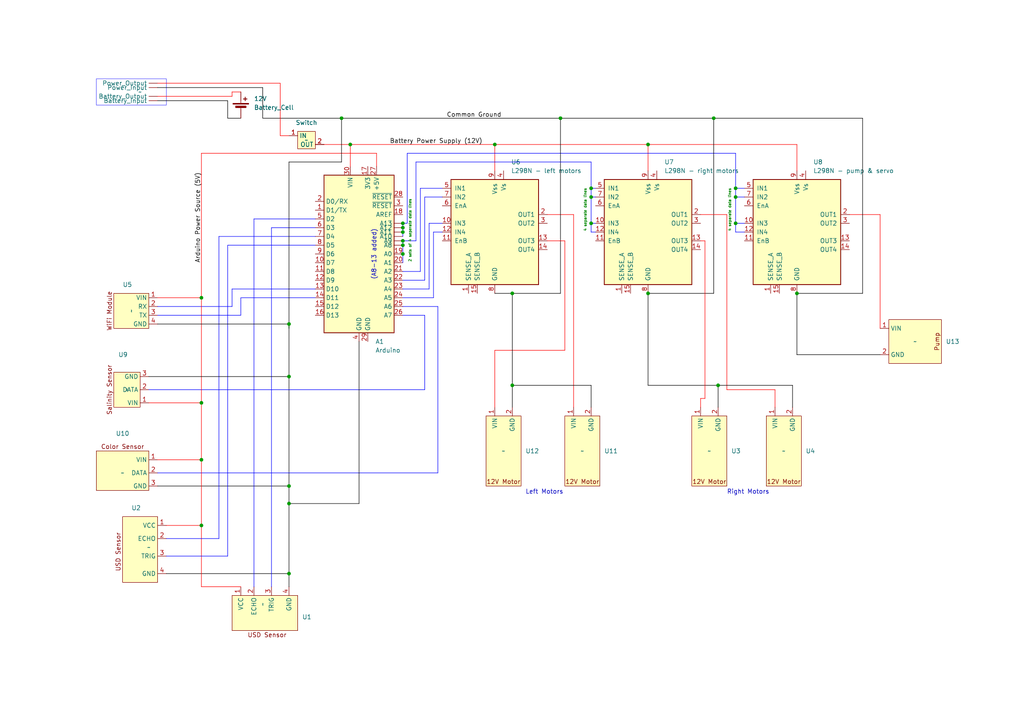
<source format=kicad_sch>
(kicad_sch (version 20230121) (generator eeschema)

  (uuid 39cd81f1-2ed4-4bc2-8089-326a62501edb)

  (paper "A4")

  (title_block
    (title "Ban-anna Mike-anics")
    (company "Andrew Scott")
  )

  (lib_symbols
    (symbol "Device:Battery_Cell" (pin_numbers hide) (pin_names (offset 0) hide) (in_bom yes) (on_board yes)
      (property "Reference" "BT" (at 2.54 2.54 0)
        (effects (font (size 1.27 1.27)) (justify left))
      )
      (property "Value" "Battery_Cell" (at 2.54 0 0)
        (effects (font (size 1.27 1.27)) (justify left))
      )
      (property "Footprint" "" (at 0 1.524 90)
        (effects (font (size 1.27 1.27)) hide)
      )
      (property "Datasheet" "~" (at 0 1.524 90)
        (effects (font (size 1.27 1.27)) hide)
      )
      (property "ki_keywords" "battery cell" (at 0 0 0)
        (effects (font (size 1.27 1.27)) hide)
      )
      (property "ki_description" "Single-cell battery" (at 0 0 0)
        (effects (font (size 1.27 1.27)) hide)
      )
      (symbol "Battery_Cell_0_1"
        (rectangle (start -2.286 1.778) (end 2.286 1.524)
          (stroke (width 0) (type default))
          (fill (type outline))
        )
        (rectangle (start -1.524 1.016) (end 1.524 0.508)
          (stroke (width 0) (type default))
          (fill (type outline))
        )
        (polyline
          (pts
            (xy 0 0.762)
            (xy 0 0)
          )
          (stroke (width 0) (type default))
          (fill (type none))
        )
        (polyline
          (pts
            (xy 0 1.778)
            (xy 0 2.54)
          )
          (stroke (width 0) (type default))
          (fill (type none))
        )
        (polyline
          (pts
            (xy 0.762 3.048)
            (xy 1.778 3.048)
          )
          (stroke (width 0.254) (type default))
          (fill (type none))
        )
        (polyline
          (pts
            (xy 1.27 3.556)
            (xy 1.27 2.54)
          )
          (stroke (width 0.254) (type default))
          (fill (type none))
        )
      )
      (symbol "Battery_Cell_1_1"
        (pin passive line (at 0 5.08 270) (length 2.54)
          (name "+" (effects (font (size 1.27 1.27))))
          (number "1" (effects (font (size 1.27 1.27))))
        )
        (pin passive line (at 0 -2.54 90) (length 2.54)
          (name "-" (effects (font (size 1.27 1.27))))
          (number "2" (effects (font (size 1.27 1.27))))
        )
      )
    )
    (symbol "Driver_Motor:L298N" (pin_names (offset 1.016)) (in_bom yes) (on_board yes)
      (property "Reference" "U" (at -10.16 16.51 0)
        (effects (font (size 1.27 1.27)) (justify right))
      )
      (property "Value" "L298N" (at 12.7 16.51 0)
        (effects (font (size 1.27 1.27)) (justify right))
      )
      (property "Footprint" "Package_TO_SOT_THT:TO-220-15_P2.54x2.54mm_StaggerOdd_Lead4.58mm_Vertical" (at 1.27 -16.51 0)
        (effects (font (size 1.27 1.27)) (justify left) hide)
      )
      (property "Datasheet" "http://www.st.com/st-web-ui/static/active/en/resource/technical/document/datasheet/CD00000240.pdf" (at 3.81 6.35 0)
        (effects (font (size 1.27 1.27)) hide)
      )
      (property "ki_keywords" "H-bridge motor driver" (at 0 0 0)
        (effects (font (size 1.27 1.27)) hide)
      )
      (property "ki_description" "Dual full bridge motor driver, up to 46V, 4A, Multiwatt15-V" (at 0 0 0)
        (effects (font (size 1.27 1.27)) hide)
      )
      (property "ki_fp_filters" "TO?220*StaggerOdd*Vertical*" (at 0 0 0)
        (effects (font (size 1.27 1.27)) hide)
      )
      (symbol "L298N_0_1"
        (rectangle (start -12.7 15.24) (end 12.7 -15.24)
          (stroke (width 0.254) (type default))
          (fill (type background))
        )
      )
      (symbol "L298N_1_1"
        (pin power_in line (at -7.62 -17.78 90) (length 2.54)
          (name "SENSE_A" (effects (font (size 1.27 1.27))))
          (number "1" (effects (font (size 1.27 1.27))))
        )
        (pin input line (at -15.24 2.54 0) (length 2.54)
          (name "IN3" (effects (font (size 1.27 1.27))))
          (number "10" (effects (font (size 1.27 1.27))))
        )
        (pin input line (at -15.24 -2.54 0) (length 2.54)
          (name "EnB" (effects (font (size 1.27 1.27))))
          (number "11" (effects (font (size 1.27 1.27))))
        )
        (pin input line (at -15.24 0 0) (length 2.54)
          (name "IN4" (effects (font (size 1.27 1.27))))
          (number "12" (effects (font (size 1.27 1.27))))
        )
        (pin output line (at 15.24 -2.54 180) (length 2.54)
          (name "OUT3" (effects (font (size 1.27 1.27))))
          (number "13" (effects (font (size 1.27 1.27))))
        )
        (pin output line (at 15.24 -5.08 180) (length 2.54)
          (name "OUT4" (effects (font (size 1.27 1.27))))
          (number "14" (effects (font (size 1.27 1.27))))
        )
        (pin power_in line (at -5.08 -17.78 90) (length 2.54)
          (name "SENSE_B" (effects (font (size 1.27 1.27))))
          (number "15" (effects (font (size 1.27 1.27))))
        )
        (pin output line (at 15.24 5.08 180) (length 2.54)
          (name "OUT1" (effects (font (size 1.27 1.27))))
          (number "2" (effects (font (size 1.27 1.27))))
        )
        (pin output line (at 15.24 2.54 180) (length 2.54)
          (name "OUT2" (effects (font (size 1.27 1.27))))
          (number "3" (effects (font (size 1.27 1.27))))
        )
        (pin power_in line (at 2.54 17.78 270) (length 2.54)
          (name "Vs" (effects (font (size 1.27 1.27))))
          (number "4" (effects (font (size 1.27 1.27))))
        )
        (pin input line (at -15.24 12.7 0) (length 2.54)
          (name "IN1" (effects (font (size 1.27 1.27))))
          (number "5" (effects (font (size 1.27 1.27))))
        )
        (pin input line (at -15.24 7.62 0) (length 2.54)
          (name "EnA" (effects (font (size 1.27 1.27))))
          (number "6" (effects (font (size 1.27 1.27))))
        )
        (pin input line (at -15.24 10.16 0) (length 2.54)
          (name "IN2" (effects (font (size 1.27 1.27))))
          (number "7" (effects (font (size 1.27 1.27))))
        )
        (pin power_in line (at 0 -17.78 90) (length 2.54)
          (name "GND" (effects (font (size 1.27 1.27))))
          (number "8" (effects (font (size 1.27 1.27))))
        )
        (pin power_in line (at 0 17.78 270) (length 2.54)
          (name "Vss" (effects (font (size 1.27 1.27))))
          (number "9" (effects (font (size 1.27 1.27))))
        )
      )
    )
    (symbol "MCU_Module:Arduino_Nano_v3.x" (in_bom yes) (on_board yes)
      (property "Reference" "A1" (at 4.7341 -25.4 0)
        (effects (font (size 1.27 1.27)) (justify left))
      )
      (property "Value" "Arduino" (at 4.7341 -27.94 0)
        (effects (font (size 1.27 1.27)) (justify left))
      )
      (property "Footprint" "Module:Arduino_Nano" (at 0 0 0)
        (effects (font (size 1.27 1.27) italic) hide)
      )
      (property "Datasheet" "http://www.mouser.com/pdfdocs/Gravitech_Arduino_Nano3_0.pdf" (at 0 0 0)
        (effects (font (size 1.27 1.27)) hide)
      )
      (property "ki_keywords" "Arduino nano microcontroller module USB" (at 0 0 0)
        (effects (font (size 1.27 1.27)) hide)
      )
      (property "ki_description" "Arduino Nano v3.x" (at 0 0 0)
        (effects (font (size 1.27 1.27)) hide)
      )
      (property "ki_fp_filters" "Arduino*Nano*" (at 0 0 0)
        (effects (font (size 1.27 1.27)) hide)
      )
      (symbol "Arduino_Nano_v3.x_0_1"
        (rectangle (start -10.16 22.86) (end 10.16 -22.86)
          (stroke (width 0.254) (type default))
          (fill (type background))
        )
      )
      (symbol "Arduino_Nano_v3.x_1_1"
        (pin bidirectional line (at 12.7 5.08 180) (length 2.54)
          (name "A10" (effects (font (size 1.27 1.27))))
          (number "" (effects (font (size 1.27 1.27))))
        )
        (pin bidirectional line (at 12.7 6.35 180) (length 2.54)
          (name "A11" (effects (font (size 1.27 1.27))))
          (number "" (effects (font (size 1.27 1.27))))
        )
        (pin bidirectional line (at 12.7 7.62 180) (length 2.54)
          (name "A12" (effects (font (size 1.27 1.27))))
          (number "" (effects (font (size 1.27 1.27))))
        )
        (pin bidirectional line (at 12.7 8.89 180) (length 2.54)
          (name "A13" (effects (font (size 1.27 1.27))))
          (number "" (effects (font (size 1.27 1.27))))
        )
        (pin bidirectional line (at 12.7 2.54 180) (length 2.54)
          (name "A8" (effects (font (size 1.27 1.27))))
          (number "" (effects (font (size 1.27 1.27))))
        )
        (pin bidirectional line (at 12.7 3.81 180) (length 2.54)
          (name "A9" (effects (font (size 1.27 1.27))))
          (number "" (effects (font (size 1.27 1.27))))
        )
        (pin bidirectional line (at -12.7 12.7 0) (length 2.54)
          (name "D1/TX" (effects (font (size 1.27 1.27))))
          (number "1" (effects (font (size 1.27 1.27))))
        )
        (pin bidirectional line (at -12.7 -2.54 0) (length 2.54)
          (name "D7" (effects (font (size 1.27 1.27))))
          (number "10" (effects (font (size 1.27 1.27))))
        )
        (pin bidirectional line (at -12.7 -5.08 0) (length 2.54)
          (name "D8" (effects (font (size 1.27 1.27))))
          (number "11" (effects (font (size 1.27 1.27))))
        )
        (pin bidirectional line (at -12.7 -7.62 0) (length 2.54)
          (name "D9" (effects (font (size 1.27 1.27))))
          (number "12" (effects (font (size 1.27 1.27))))
        )
        (pin bidirectional line (at -12.7 -10.16 0) (length 2.54)
          (name "D10" (effects (font (size 1.27 1.27))))
          (number "13" (effects (font (size 1.27 1.27))))
        )
        (pin bidirectional line (at -12.7 -12.7 0) (length 2.54)
          (name "D11" (effects (font (size 1.27 1.27))))
          (number "14" (effects (font (size 1.27 1.27))))
        )
        (pin bidirectional line (at -12.7 -15.24 0) (length 2.54)
          (name "D12" (effects (font (size 1.27 1.27))))
          (number "15" (effects (font (size 1.27 1.27))))
        )
        (pin bidirectional line (at -12.7 -17.78 0) (length 2.54)
          (name "D13" (effects (font (size 1.27 1.27))))
          (number "16" (effects (font (size 1.27 1.27))))
        )
        (pin power_out line (at 2.54 25.4 270) (length 2.54)
          (name "3V3" (effects (font (size 1.27 1.27))))
          (number "17" (effects (font (size 1.27 1.27))))
        )
        (pin input line (at 12.7 11.43 180) (length 2.54)
          (name "AREF" (effects (font (size 1.27 1.27))))
          (number "18" (effects (font (size 1.27 1.27))))
        )
        (pin bidirectional line (at 12.7 0 180) (length 2.54)
          (name "A0" (effects (font (size 1.27 1.27))))
          (number "19" (effects (font (size 1.27 1.27))))
        )
        (pin bidirectional line (at -12.7 15.24 0) (length 2.54)
          (name "D0/RX" (effects (font (size 1.27 1.27))))
          (number "2" (effects (font (size 1.27 1.27))))
        )
        (pin bidirectional line (at 12.7 -2.54 180) (length 2.54)
          (name "A1" (effects (font (size 1.27 1.27))))
          (number "20" (effects (font (size 1.27 1.27))))
        )
        (pin bidirectional line (at 12.7 -5.08 180) (length 2.54)
          (name "A2" (effects (font (size 1.27 1.27))))
          (number "21" (effects (font (size 1.27 1.27))))
        )
        (pin bidirectional line (at 12.7 -7.62 180) (length 2.54)
          (name "A3" (effects (font (size 1.27 1.27))))
          (number "22" (effects (font (size 1.27 1.27))))
        )
        (pin bidirectional line (at 12.7 -10.16 180) (length 2.54)
          (name "A4" (effects (font (size 1.27 1.27))))
          (number "23" (effects (font (size 1.27 1.27))))
        )
        (pin bidirectional line (at 12.7 -12.7 180) (length 2.54)
          (name "A5" (effects (font (size 1.27 1.27))))
          (number "24" (effects (font (size 1.27 1.27))))
        )
        (pin bidirectional line (at 12.7 -15.24 180) (length 2.54)
          (name "A6" (effects (font (size 1.27 1.27))))
          (number "25" (effects (font (size 1.27 1.27))))
        )
        (pin bidirectional line (at 12.7 -17.78 180) (length 2.54)
          (name "A7" (effects (font (size 1.27 1.27))))
          (number "26" (effects (font (size 1.27 1.27))))
        )
        (pin power_out line (at 5.08 25.4 270) (length 2.54)
          (name "+5V" (effects (font (size 1.27 1.27))))
          (number "27" (effects (font (size 1.27 1.27))))
        )
        (pin input line (at 12.7 16.51 180) (length 2.54)
          (name "~{RESET}" (effects (font (size 1.27 1.27))))
          (number "28" (effects (font (size 1.27 1.27))))
        )
        (pin power_in line (at 2.54 -25.4 90) (length 2.54)
          (name "GND" (effects (font (size 1.27 1.27))))
          (number "29" (effects (font (size 1.27 1.27))))
        )
        (pin input line (at 12.7 13.97 180) (length 2.54)
          (name "~{RESET}" (effects (font (size 1.27 1.27))))
          (number "3" (effects (font (size 1.27 1.27))))
        )
        (pin power_in line (at -2.54 25.4 270) (length 2.54)
          (name "VIN" (effects (font (size 1.27 1.27))))
          (number "30" (effects (font (size 1.27 1.27))))
        )
        (pin power_in line (at 0 -25.4 90) (length 2.54)
          (name "GND" (effects (font (size 1.27 1.27))))
          (number "4" (effects (font (size 1.27 1.27))))
        )
        (pin bidirectional line (at -12.7 10.16 0) (length 2.54)
          (name "D2" (effects (font (size 1.27 1.27))))
          (number "5" (effects (font (size 1.27 1.27))))
        )
        (pin bidirectional line (at -12.7 7.62 0) (length 2.54)
          (name "D3" (effects (font (size 1.27 1.27))))
          (number "6" (effects (font (size 1.27 1.27))))
        )
        (pin bidirectional line (at -12.7 5.08 0) (length 2.54)
          (name "D4" (effects (font (size 1.27 1.27))))
          (number "7" (effects (font (size 1.27 1.27))))
        )
        (pin bidirectional line (at -12.7 2.54 0) (length 2.54)
          (name "D5" (effects (font (size 1.27 1.27))))
          (number "8" (effects (font (size 1.27 1.27))))
        )
        (pin bidirectional line (at -12.7 0 0) (length 2.54)
          (name "D6" (effects (font (size 1.27 1.27))))
          (number "9" (effects (font (size 1.27 1.27))))
        )
      )
    )
    (symbol "Voltage_Disconnect_Board_1" (in_bom yes) (on_board yes)
      (property "Reference" "Voltage_Disconnect_Board2" (at 9.906 -15.24 90)
        (effects (font (size 1.27 1.27)) (justify right))
      )
      (property "Value" "~" (at 0 0 0)
        (effects (font (size 1.27 1.27)))
      )
      (property "Footprint" "" (at 0 0 0)
        (effects (font (size 1.27 1.27)) hide)
      )
      (property "Datasheet" "" (at 0 0 0)
        (effects (font (size 1.27 1.27)) hide)
      )
      (symbol "Voltage_Disconnect_Board_1_1_1"
        (rectangle (start -7.62 3.81) (end 12.7 -3.81)
          (stroke (width 0) (type default) (color 85 82 255 1))
          (fill (type none))
        )
        (pin input line (at -5.08 2.54 0) (length 2.54)
          (name "Battery_Input" (effects (font (size 1.27 1.27))))
          (number "" (effects (font (size 1.27 1.27))))
        )
        (pin input line (at -5.08 1.27 0) (length 2.54)
          (name "Battery_Output" (effects (font (size 1.27 1.27))))
          (number "" (effects (font (size 1.27 1.27))))
        )
        (pin power_out line (at -5.08 -1.27 0) (length 2.54)
          (name "Power_Input" (effects (font (size 1.27 1.27))))
          (number "" (effects (font (size 1.27 1.27))))
        )
        (pin power_out line (at -5.08 -2.54 0) (length 2.54)
          (name "Power_Output" (effects (font (size 1.27 1.27))))
          (number "" (effects (font (size 1.27 1.27))))
        )
      )
    )
    (symbol "enes100james:12V_Motor" (in_bom yes) (on_board yes)
      (property "Reference" "U" (at 0 0 0)
        (effects (font (size 1.27 1.27)))
      )
      (property "Value" "" (at 0 0 0)
        (effects (font (size 1.27 1.27)))
      )
      (property "Footprint" "" (at 0 0 0)
        (effects (font (size 1.27 1.27)) hide)
      )
      (property "Datasheet" "" (at 0 0 0)
        (effects (font (size 1.27 1.27)) hide)
      )
      (symbol "12V_Motor_1_1"
        (rectangle (start -5.08 10.16) (end 5.08 -10.16)
          (stroke (width 0) (type default))
          (fill (type background))
        )
        (text "12V Motor" (at 0 -8.89 0)
          (effects (font (size 1.27 1.27)))
        )
        (pin input line (at -2.54 12.7 270) (length 2.54)
          (name "VIN" (effects (font (size 1.27 1.27))))
          (number "1" (effects (font (size 1.27 1.27))))
        )
        (pin passive line (at 2.54 12.7 270) (length 2.54)
          (name "GND" (effects (font (size 1.27 1.27))))
          (number "2" (effects (font (size 1.27 1.27))))
        )
      )
    )
    (symbol "enes100james:Color_Sensor" (in_bom yes) (on_board yes)
      (property "Reference" "U" (at 0 0 0)
        (effects (font (size 1.27 1.27)))
      )
      (property "Value" "" (at 0 0 0)
        (effects (font (size 1.27 1.27)))
      )
      (property "Footprint" "" (at 0 0 0)
        (effects (font (size 1.27 1.27)) hide)
      )
      (property "Datasheet" "" (at 0 0 0)
        (effects (font (size 1.27 1.27)) hide)
      )
      (symbol "Color_Sensor_1_1"
        (rectangle (start -7.62 6.35) (end 7.62 -5.08)
          (stroke (width 0) (type default))
          (fill (type background))
        )
        (text "Color Sensor" (at 0 7.62 0)
          (effects (font (size 1.27 1.27)))
        )
        (pin input line (at 10.16 3.81 180) (length 2.54)
          (name "VIN" (effects (font (size 1.27 1.27))))
          (number "1" (effects (font (size 1.27 1.27))))
        )
        (pin output line (at 10.16 0 180) (length 2.54)
          (name "DATA" (effects (font (size 1.27 1.27))))
          (number "2" (effects (font (size 1.27 1.27))))
        )
        (pin passive line (at 10.16 -3.81 180) (length 2.54)
          (name "GND" (effects (font (size 1.27 1.27))))
          (number "3" (effects (font (size 1.27 1.27))))
        )
      )
    )
    (symbol "enes100james:Kill_Switch" (in_bom yes) (on_board yes)
      (property "Reference" "S" (at 0 0 0)
        (effects (font (size 1.27 1.27)))
      )
      (property "Value" "" (at 0 0 0)
        (effects (font (size 1.27 1.27)))
      )
      (property "Footprint" "" (at 0 0 0)
        (effects (font (size 1.27 1.27)) hide)
      )
      (property "Datasheet" "" (at 0 0 0)
        (effects (font (size 1.27 1.27)) hide)
      )
      (symbol "Kill_Switch_1_1"
        (rectangle (start -2.54 2.54) (end 2.54 -2.54)
          (stroke (width 0) (type default))
          (fill (type background))
        )
        (pin input line (at -5.08 1.27 0) (length 2.54)
          (name "IN" (effects (font (size 1.27 1.27))))
          (number "1" (effects (font (size 1.27 1.27))))
        )
        (pin output line (at 5.08 -1.27 180) (length 2.54)
          (name "OUT" (effects (font (size 1.27 1.27))))
          (number "2" (effects (font (size 1.27 1.27))))
        )
      )
    )
    (symbol "enes100james:Pump" (in_bom yes) (on_board yes)
      (property "Reference" "U" (at 0 0 0)
        (effects (font (size 1.27 1.27)))
      )
      (property "Value" "" (at 0 0 0)
        (effects (font (size 1.27 1.27)))
      )
      (property "Footprint" "" (at 0 0 0)
        (effects (font (size 1.27 1.27)) hide)
      )
      (property "Datasheet" "" (at 0 0 0)
        (effects (font (size 1.27 1.27)) hide)
      )
      (symbol "Pump_1_1"
        (rectangle (start -7.62 6.35) (end 7.62 -6.35)
          (stroke (width 0) (type default))
          (fill (type background))
        )
        (text "Pump" (at 6.35 0 900)
          (effects (font (size 1.27 1.27)))
        )
        (pin input line (at -10.16 3.81 0) (length 2.54)
          (name "VIN" (effects (font (size 1.27 1.27))))
          (number "1" (effects (font (size 1.27 1.27))))
        )
        (pin passive line (at -10.16 -3.81 0) (length 2.54)
          (name "GND" (effects (font (size 1.27 1.27))))
          (number "2" (effects (font (size 1.27 1.27))))
        )
      )
    )
    (symbol "enes100james:TDS_sensor" (in_bom yes) (on_board yes)
      (property "Reference" "U" (at 0 0 0)
        (effects (font (size 1.27 1.27)))
      )
      (property "Value" "" (at 0 0 0)
        (effects (font (size 1.27 1.27)))
      )
      (property "Footprint" "" (at 0 0 0)
        (effects (font (size 1.27 1.27)) hide)
      )
      (property "Datasheet" "" (at 0 0 0)
        (effects (font (size 1.27 1.27)) hide)
      )
      (symbol "TDS_sensor_1_1"
        (rectangle (start -5.08 3.81) (end 5.08 -3.81)
          (stroke (width 0) (type default))
          (fill (type background))
        )
        (text "Salinity Sensor" (at 0 5.08 0)
          (effects (font (size 1.27 1.27)))
        )
        (pin input line (at -3.81 -6.35 90) (length 2.54)
          (name "VIN" (effects (font (size 1.27 1.27))))
          (number "1" (effects (font (size 1.27 1.27))))
        )
        (pin output line (at 0 -6.35 90) (length 2.54)
          (name "DATA" (effects (font (size 1.27 1.27))))
          (number "2" (effects (font (size 1.27 1.27))))
        )
        (pin passive line (at 3.81 -6.35 90) (length 2.54)
          (name "GND" (effects (font (size 1.27 1.27))))
          (number "3" (effects (font (size 1.27 1.27))))
        )
      )
    )
    (symbol "enes100james:USD_Sensor" (in_bom yes) (on_board yes)
      (property "Reference" "U" (at 5.08 0 0)
        (effects (font (size 1.27 1.27)))
      )
      (property "Value" "" (at 0 0 0)
        (effects (font (size 1.27 1.27)))
      )
      (property "Footprint" "" (at 0 0 0)
        (effects (font (size 1.27 1.27)) hide)
      )
      (property "Datasheet" "" (at 0 0 0)
        (effects (font (size 1.27 1.27)) hide)
      )
      (symbol "USD_Sensor_1_1"
        (rectangle (start -2.54 10.16) (end 7.62 -8.89)
          (stroke (width 0) (type default))
          (fill (type background))
        )
        (text "USD Sensor" (at 8.89 1.27 900)
          (effects (font (size 1.27 1.27)))
        )
        (pin input line (at -5.08 -6.35 0) (length 2.54)
          (name "VCC" (effects (font (size 1.27 1.27))))
          (number "1" (effects (font (size 1.27 1.27))))
        )
        (pin output line (at -5.08 -2.54 0) (length 2.54)
          (name "ECHO" (effects (font (size 1.27 1.27))))
          (number "2" (effects (font (size 1.27 1.27))))
        )
        (pin input line (at -5.08 2.54 0) (length 2.54)
          (name "TRIG" (effects (font (size 1.27 1.27))))
          (number "3" (effects (font (size 1.27 1.27))))
        )
        (pin passive line (at -5.08 7.62 0) (length 2.54)
          (name "GND" (effects (font (size 1.27 1.27))))
          (number "4" (effects (font (size 1.27 1.27))))
        )
      )
    )
    (symbol "enes100james:WiFi_Module" (in_bom yes) (on_board yes)
      (property "Reference" "U" (at 0 -2.54 0)
        (effects (font (size 1.27 1.27)))
      )
      (property "Value" "" (at 0 0 0)
        (effects (font (size 1.27 1.27)))
      )
      (property "Footprint" "" (at 0 0 0)
        (effects (font (size 1.27 1.27)) hide)
      )
      (property "Datasheet" "" (at 0 0 0)
        (effects (font (size 1.27 1.27)) hide)
      )
      (symbol "WiFi_Module_1_1"
        (rectangle (start -5.08 5.08) (end 5.08 -5.08)
          (stroke (width 0) (type default))
          (fill (type background))
        )
        (text "WiFi Module" (at 0 -6.35 0)
          (effects (font (size 1.27 1.27)))
        )
        (pin input line (at -3.81 7.62 270) (length 2.54)
          (name "VIN" (effects (font (size 1.27 1.27))))
          (number "1" (effects (font (size 1.27 1.27))))
        )
        (pin input line (at -1.27 7.62 270) (length 2.54)
          (name "RX" (effects (font (size 1.27 1.27))))
          (number "2" (effects (font (size 1.27 1.27))))
        )
        (pin output line (at 1.27 7.62 270) (length 2.54)
          (name "TX" (effects (font (size 1.27 1.27))))
          (number "3" (effects (font (size 1.27 1.27))))
        )
        (pin passive line (at 3.81 7.62 270) (length 2.54)
          (name "GND" (effects (font (size 1.27 1.27))))
          (number "4" (effects (font (size 1.27 1.27))))
        )
      )
    )
  )

  (junction (at 171.45 54.61) (diameter 0) (color 0 0 0 0)
    (uuid 06b4f311-852e-47c3-b787-fedbaf48ea5a)
  )
  (junction (at 99.06 34.29) (diameter 0) (color 0 0 0 0)
    (uuid 0e137745-f901-4e8a-b754-abde08435b10)
  )
  (junction (at 116.84 67.31) (diameter 0) (color 0 0 0 0)
    (uuid 1061f5b5-44ba-47fe-939d-73c217b059c8)
  )
  (junction (at 148.59 85.09) (diameter 0) (color 0 0 0 0)
    (uuid 12456032-7936-45c4-9065-a5c5d4669ef5)
  )
  (junction (at 171.45 57.15) (diameter 0) (color 0 0 0 0)
    (uuid 12e11faf-6736-4b5d-a690-aebd096a64e0)
  )
  (junction (at 83.82 109.22) (diameter 0) (color 0 0 0 0)
    (uuid 17a65b05-ac17-41c0-8d38-d5ddff9d06ea)
  )
  (junction (at 148.59 111.76) (diameter 0) (color 0 0 0 0)
    (uuid 18d1ef31-4f5b-46c8-b1aa-433b7c8562d0)
  )
  (junction (at 116.84 64.77) (diameter 0) (color 0 0 0 0)
    (uuid 1bd4ca8b-3cdf-40a8-bc23-fbf76fc8ebc6)
  )
  (junction (at 162.56 34.29) (diameter 0) (color 0 0 0 0)
    (uuid 276166a3-aabf-450a-a138-f0dedaba2724)
  )
  (junction (at 213.36 64.77) (diameter 0) (color 0 0 0 0)
    (uuid 2c2b93f0-e5d1-48ff-ad41-2eac702088f8)
  )
  (junction (at 208.28 111.76) (diameter 0) (color 0 0 0 0)
    (uuid 30cc229c-f537-4a49-91bb-b08d819ffd4d)
  )
  (junction (at 187.96 85.09) (diameter 0) (color 0 0 0 0)
    (uuid 327a364f-2d08-413a-af94-25102913fac8)
  )
  (junction (at 213.36 57.15) (diameter 0) (color 0 0 0 0)
    (uuid 346da20c-7e98-40b9-a57c-2747d544906a)
  )
  (junction (at 101.6 41.91) (diameter 0) (color 0 0 0 0)
    (uuid 5ae2809b-0991-49ba-92cd-883d601297c5)
  )
  (junction (at 187.96 41.91) (diameter 0) (color 0 0 0 0)
    (uuid 5da28e4b-e221-4518-ae76-32cb7f0ebfc6)
  )
  (junction (at 83.82 93.98) (diameter 0) (color 0 0 0 0)
    (uuid 5e182dc6-06f7-4726-a9c6-d45ac374e8e0)
  )
  (junction (at 83.82 166.37) (diameter 0) (color 0 0 0 0)
    (uuid 65671986-574a-429f-8478-8c4d957f6676)
  )
  (junction (at 116.84 71.12) (diameter 0) (color 0 0 0 0)
    (uuid 7aea9156-fea9-431f-8493-ace60ada598e)
  )
  (junction (at 83.82 140.97) (diameter 0) (color 0 0 0 0)
    (uuid 82526515-2234-42c4-8165-e0730ea094ea)
  )
  (junction (at 58.42 152.4) (diameter 0) (color 0 0 0 0)
    (uuid 85151cd5-ecd3-4fa1-a213-ede9525ba920)
  )
  (junction (at 231.14 85.09) (diameter 0) (color 0 0 0 0)
    (uuid 976fe7bc-83de-4cef-b77b-3e1f06219b7c)
  )
  (junction (at 213.36 54.61) (diameter 0) (color 0 0 0 0)
    (uuid 9944653e-8971-4b8d-84a4-b1b143616b01)
  )
  (junction (at 58.42 86.36) (diameter 0) (color 0 0 0 0)
    (uuid 9b9d609d-3065-41ea-97b0-28c119f02965)
  )
  (junction (at 58.42 133.35) (diameter 0) (color 0 0 0 0)
    (uuid a53530ff-e6be-4a13-9d8a-598c144d3e9d)
  )
  (junction (at 207.01 34.29) (diameter 0) (color 0 0 0 0)
    (uuid a991487b-2798-402d-b295-f2e02d3b5384)
  )
  (junction (at 58.42 116.84) (diameter 0) (color 0 0 0 0)
    (uuid b293d073-8419-49ec-8292-0c2678392068)
  )
  (junction (at 83.82 146.05) (diameter 0) (color 0 0 0 0)
    (uuid baef7d77-4456-495e-8843-6207fc2f49ca)
  )
  (junction (at 116.84 66.04) (diameter 0) (color 0 0 0 0)
    (uuid c1171473-a527-4ce1-896f-4c7dd635917e)
  )
  (junction (at 171.45 64.77) (diameter 0) (color 0 0 0 0)
    (uuid e2783684-526a-4d2c-8385-1feb62d498c1)
  )
  (junction (at 116.84 69.85) (diameter 0) (color 0 0 0 0)
    (uuid e67faefa-4930-4dc0-bb9b-918a5b78d684)
  )
  (junction (at 116.84 73.66) (diameter 0) (color 0 0 0 0)
    (uuid f1f80216-be42-4c35-8e10-35308df93c48)
  )
  (junction (at 143.51 41.91) (diameter 0) (color 0 0 0 0)
    (uuid ff1eba50-1171-49ab-8e20-ef6789423144)
  )

  (wire (pts (xy 121.92 54.61) (xy 128.27 54.61))
    (stroke (width 0) (type default) (color 0 0 255 1))
    (uuid 01f7d0e3-6c90-44c4-b328-7a3d4929951c)
  )
  (wire (pts (xy 163.83 101.6) (xy 143.51 101.6))
    (stroke (width 0) (type default) (color 255 0 0 1))
    (uuid 05baa4b1-7037-4c60-a22a-fba000035fcb)
  )
  (wire (pts (xy 78.74 66.04) (xy 78.74 170.18))
    (stroke (width 0) (type default) (color 0 0 255 1))
    (uuid 087d8e55-82d3-4d43-8c24-1d1d0c27c1b1)
  )
  (wire (pts (xy 66.04 29.21) (xy 45.72 29.21))
    (stroke (width 0) (type default) (color 0 0 0 1))
    (uuid 08fa4e92-8cab-4e49-9099-7e21185fca0f)
  )
  (wire (pts (xy 69.85 86.36) (xy 91.44 86.36))
    (stroke (width 0) (type default) (color 0 0 255 1))
    (uuid 0bb68791-30e2-4914-a014-23748c496d6c)
  )
  (wire (pts (xy 250.19 34.29) (xy 250.19 85.09))
    (stroke (width 0) (type default) (color 0 0 0 1))
    (uuid 0c048b8f-ad24-4c41-a8d8-9d262f33fedf)
  )
  (wire (pts (xy 101.6 41.91) (xy 143.51 41.91))
    (stroke (width 0) (type default) (color 255 0 0 1))
    (uuid 0fbfb464-1882-42c8-8854-452cf609be56)
  )
  (wire (pts (xy 171.45 57.15) (xy 172.72 57.15))
    (stroke (width 0) (type default) (color 0 0 255 1))
    (uuid 100cc377-4241-4e38-b560-93424723896c)
  )
  (wire (pts (xy 166.37 62.23) (xy 166.37 118.11))
    (stroke (width 0) (type default) (color 255 0 0 1))
    (uuid 1198b807-d1c9-4be5-a821-4819b223ca84)
  )
  (wire (pts (xy 66.04 71.12) (xy 66.04 161.29))
    (stroke (width 0) (type default) (color 0 0 255 1))
    (uuid 1229fcc8-b571-42e3-89dc-958ac2087cb0)
  )
  (wire (pts (xy 116.84 81.28) (xy 123.19 81.28))
    (stroke (width 0) (type default) (color 0 0 255 1))
    (uuid 156687dd-82db-4e19-af34-205b19910b0b)
  )
  (wire (pts (xy 99.06 34.29) (xy 162.56 34.29))
    (stroke (width 0) (type default) (color 0 0 0 1))
    (uuid 1589e329-4a1e-486d-95cc-5fb6cbf569cf)
  )
  (wire (pts (xy 207.01 85.09) (xy 187.96 85.09))
    (stroke (width 0) (type default) (color 0 0 0 1))
    (uuid 15a7d0a8-2362-43cc-832a-c79ca7766589)
  )
  (wire (pts (xy 45.72 93.98) (xy 83.82 93.98))
    (stroke (width 0) (type default) (color 0 0 0 1))
    (uuid 1bb54089-a2ac-42ea-89d1-00dfe27ecd33)
  )
  (wire (pts (xy 127 137.16) (xy 45.72 137.16))
    (stroke (width 0) (type default) (color 0 0 255 1))
    (uuid 24bcc46e-4466-4098-bebb-ddffd7cda550)
  )
  (wire (pts (xy 203.2 115.57) (xy 203.2 118.11))
    (stroke (width 0) (type default) (color 255 0 0 1))
    (uuid 265a6a20-5421-49f4-bfab-0bb1008c80cc)
  )
  (wire (pts (xy 171.45 54.61) (xy 171.45 57.15))
    (stroke (width 0) (type default) (color 0 0 255 1))
    (uuid 277ff263-8829-4e95-91df-f6d20fae3e6b)
  )
  (wire (pts (xy 104.14 146.05) (xy 104.14 99.06))
    (stroke (width 0) (type default) (color 0 0 0 1))
    (uuid 2d270ae9-170e-4b97-bb6e-4946e9af85ec)
  )
  (wire (pts (xy 213.36 64.77) (xy 213.36 67.31))
    (stroke (width 0) (type default) (color 0 0 255 1))
    (uuid 2d455758-d74a-4d5d-8512-e42612ea593d)
  )
  (wire (pts (xy 148.59 85.09) (xy 148.59 111.76))
    (stroke (width 0) (type default) (color 0 0 0 1))
    (uuid 2e658044-fb8e-4569-8d80-e31a141c1b86)
  )
  (wire (pts (xy 66.04 161.29) (xy 48.26 161.29))
    (stroke (width 0) (type default) (color 0 0 255 1))
    (uuid 2f1e3d09-0d75-46da-bb87-3b12529fc42c)
  )
  (wire (pts (xy 116.84 78.74) (xy 121.92 78.74))
    (stroke (width 0) (type default) (color 0 0 255 1))
    (uuid 3047e63b-ad2f-4955-996c-1a679f4267fe)
  )
  (wire (pts (xy 229.87 111.76) (xy 208.28 111.76))
    (stroke (width 0) (type default) (color 0 0 0 1))
    (uuid 3365c8ae-468a-4b00-8228-d35d57b98e5a)
  )
  (wire (pts (xy 171.45 46.99) (xy 171.45 54.61))
    (stroke (width 0) (type default) (color 0 0 255 1))
    (uuid 34d09b4b-7846-47bf-9b29-3a13c52d766f)
  )
  (wire (pts (xy 91.44 66.04) (xy 78.74 66.04))
    (stroke (width 0) (type default) (color 0 0 255 1))
    (uuid 3528a031-2950-4507-9b24-450dc913ecbc)
  )
  (wire (pts (xy 231.14 41.91) (xy 231.14 49.53))
    (stroke (width 0) (type default) (color 255 0 0 1))
    (uuid 389b742e-feb9-433c-b74f-1cd5b769270c)
  )
  (wire (pts (xy 48.26 152.4) (xy 58.42 152.4))
    (stroke (width 0) (type default) (color 255 0 0 1))
    (uuid 38c814d2-fcda-4a5f-93be-e46f8c8d1434)
  )
  (wire (pts (xy 210.82 62.23) (xy 210.82 113.03))
    (stroke (width 0) (type default) (color 255 0 0 1))
    (uuid 3ac84345-8337-4e15-a7c8-d31960d07d74)
  )
  (wire (pts (xy 143.51 41.91) (xy 143.51 49.53))
    (stroke (width 0) (type default) (color 255 0 0 1))
    (uuid 3b6383b4-3c3d-4066-8dcd-efb76b2e867b)
  )
  (wire (pts (xy 45.72 86.36) (xy 58.42 86.36))
    (stroke (width 0) (type default) (color 255 0 0 1))
    (uuid 3b805f74-1a65-4c0f-b753-09b21f1d6674)
  )
  (wire (pts (xy 123.19 91.44) (xy 123.19 113.03))
    (stroke (width 0) (type default) (color 0 0 255 1))
    (uuid 3f3689ff-0650-40a2-a980-53ae90d29754)
  )
  (wire (pts (xy 43.18 116.84) (xy 58.42 116.84))
    (stroke (width 0) (type default) (color 255 0 0 1))
    (uuid 4113f14a-d2a5-4ac3-b166-749d5d3436c6)
  )
  (wire (pts (xy 229.87 111.76) (xy 229.87 118.11))
    (stroke (width 0) (type default) (color 0 0 0 1))
    (uuid 42b8aec5-cea5-4e94-9191-ab7321b02328)
  )
  (wire (pts (xy 124.46 83.82) (xy 124.46 64.77))
    (stroke (width 0) (type default) (color 0 0 255 1))
    (uuid 42d757fd-4ec5-46dc-a386-dcc1be8e11ba)
  )
  (wire (pts (xy 162.56 85.09) (xy 148.59 85.09))
    (stroke (width 0) (type default) (color 0 0 0 1))
    (uuid 463bcd86-f7a6-478b-a093-1cec9e84584d)
  )
  (wire (pts (xy 121.92 78.74) (xy 121.92 54.61))
    (stroke (width 0) (type default) (color 0 0 255 1))
    (uuid 48a91bf0-4707-417e-85f0-a9db137bf8b5)
  )
  (wire (pts (xy 43.18 109.22) (xy 83.82 109.22))
    (stroke (width 0) (type default) (color 0 0 0 1))
    (uuid 48b996d6-71d0-4a3c-b6c8-bb34673c6243)
  )
  (wire (pts (xy 246.38 62.23) (xy 255.27 62.23))
    (stroke (width 0) (type default) (color 255 0 0 1))
    (uuid 4d071a0d-44cd-413b-9459-16197cfe28bf)
  )
  (wire (pts (xy 158.75 62.23) (xy 166.37 62.23))
    (stroke (width 0) (type default) (color 255 0 0 1))
    (uuid 5506c84b-105b-454d-918e-682e9440a050)
  )
  (wire (pts (xy 171.45 54.61) (xy 172.72 54.61))
    (stroke (width 0) (type default) (color 0 0 255 1))
    (uuid 56f08684-21ea-4baa-af89-d2ef2a9e5f60)
  )
  (wire (pts (xy 58.42 152.4) (xy 58.42 170.18))
    (stroke (width 0) (type default) (color 255 0 0 1))
    (uuid 5878ca4e-9448-4633-bc3d-85e70c6e57a0)
  )
  (wire (pts (xy 116.84 69.85) (xy 116.84 71.12))
    (stroke (width 0) (type default) (color 0 0 255 1))
    (uuid 5900836e-d8a1-4349-8e92-d1d8879fd631)
  )
  (wire (pts (xy 208.28 111.76) (xy 187.96 111.76))
    (stroke (width 0) (type default) (color 0 0 0 1))
    (uuid 598a6bb8-d306-4a5d-92d2-3d346dee3549)
  )
  (wire (pts (xy 208.28 111.76) (xy 208.28 118.11))
    (stroke (width 0) (type default) (color 0 0 0 1))
    (uuid 59980f2d-a95e-408b-a306-31cdf20a17cf)
  )
  (wire (pts (xy 91.44 68.58) (xy 63.5 68.58))
    (stroke (width 0) (type default) (color 0 0 255 1))
    (uuid 59b44e60-618c-46d0-96b8-69c7337ec66d)
  )
  (wire (pts (xy 213.36 67.31) (xy 215.9 67.31))
    (stroke (width 0) (type default) (color 0 0 255 1))
    (uuid 5d0e7747-2cb9-4cfc-9bc0-2f4b013232cf)
  )
  (wire (pts (xy 127 88.9) (xy 127 137.16))
    (stroke (width 0) (type default) (color 0 0 255 1))
    (uuid 5dc6bf76-8b34-4103-ab94-08a9ce144ea0)
  )
  (wire (pts (xy 203.2 69.85) (xy 204.47 69.85))
    (stroke (width 0) (type default) (color 255 0 0 1))
    (uuid 6095f340-9a89-4ca2-a46b-4f8268414ba5)
  )
  (wire (pts (xy 171.45 67.31) (xy 172.72 67.31))
    (stroke (width 0) (type default) (color 0 0 255 1))
    (uuid 63b7faf6-f651-47c8-af63-335b3f6a7647)
  )
  (wire (pts (xy 83.82 166.37) (xy 83.82 170.18))
    (stroke (width 0) (type default) (color 0 0 0 1))
    (uuid 63d3636d-3b92-41bb-b83c-04731e610efb)
  )
  (wire (pts (xy 63.5 156.21) (xy 48.26 156.21))
    (stroke (width 0) (type default) (color 0 0 255 1))
    (uuid 641729d6-e0f0-437a-bdd8-42cc120c38f9)
  )
  (wire (pts (xy 213.36 54.61) (xy 213.36 57.15))
    (stroke (width 0) (type default) (color 0 0 255 1))
    (uuid 687468db-af39-4ce4-a38f-b9be42e6626a)
  )
  (wire (pts (xy 116.84 86.36) (xy 125.73 86.36))
    (stroke (width 0) (type default) (color 0 0 255 1))
    (uuid 68d15b66-1378-4573-bd34-724906c47359)
  )
  (wire (pts (xy 83.82 109.22) (xy 83.82 140.97))
    (stroke (width 0) (type default) (color 0 0 0 1))
    (uuid 69bb744c-de2b-48a8-89a9-e75549041a55)
  )
  (wire (pts (xy 224.79 113.03) (xy 224.79 118.11))
    (stroke (width 0) (type default) (color 255 0 0 1))
    (uuid 6ba0947a-ff17-49f2-b50e-a3ff1d775c5b)
  )
  (wire (pts (xy 120.65 69.85) (xy 120.65 46.99))
    (stroke (width 0) (type default) (color 0 0 255 1))
    (uuid 6c6d1aee-1cb4-4860-935e-dc0997699b60)
  )
  (wire (pts (xy 99.06 34.29) (xy 99.06 46.99))
    (stroke (width 0) (type default) (color 0 0 0 1))
    (uuid 6cc64527-8948-426d-aea9-563fd117a246)
  )
  (wire (pts (xy 67.31 83.82) (xy 91.44 83.82))
    (stroke (width 0) (type default) (color 0 0 255 1))
    (uuid 7309f975-5b8e-4d30-bda9-1d018f569827)
  )
  (wire (pts (xy 143.51 101.6) (xy 143.51 118.11))
    (stroke (width 0) (type default) (color 255 0 0 1))
    (uuid 73678ed2-8864-4d93-aa28-078c0c0e559f)
  )
  (wire (pts (xy 213.36 57.15) (xy 213.36 64.77))
    (stroke (width 0) (type default) (color 0 0 255 1))
    (uuid 75f2c492-b2c1-42c2-a080-b9f91e20ada7)
  )
  (wire (pts (xy 58.42 116.84) (xy 58.42 133.35))
    (stroke (width 0) (type default) (color 255 0 0 1))
    (uuid 776cf5f3-8a16-4c55-8f34-5c56ca28c807)
  )
  (wire (pts (xy 45.72 27.94) (xy 67.31 27.94))
    (stroke (width 0) (type default) (color 255 0 0 1))
    (uuid 799445c1-9bc9-44e4-9e4c-f5f5ca39f662)
  )
  (wire (pts (xy 125.73 86.36) (xy 125.73 67.31))
    (stroke (width 0) (type default) (color 0 0 255 1))
    (uuid 7ed63965-1b28-4caf-9b3b-01586f706c99)
  )
  (wire (pts (xy 116.84 66.04) (xy 116.84 67.31))
    (stroke (width 0) (type default) (color 0 0 255 1))
    (uuid 7f9e2f3c-5d07-4fff-8fce-f69f602848ad)
  )
  (wire (pts (xy 116.84 91.44) (xy 123.19 91.44))
    (stroke (width 0) (type default) (color 0 0 255 1))
    (uuid 801ea15e-5a1a-493f-b344-ba439f472c0c)
  )
  (wire (pts (xy 93.98 41.91) (xy 101.6 41.91))
    (stroke (width 0) (type default) (color 255 0 0 1))
    (uuid 816b4079-0816-4001-a7f3-14f3797b6db3)
  )
  (wire (pts (xy 116.84 69.85) (xy 120.65 69.85))
    (stroke (width 0) (type default) (color 0 0 255 1))
    (uuid 8290d21a-c307-4c5a-acd6-d45a1ffc63a5)
  )
  (wire (pts (xy 91.44 71.12) (xy 66.04 71.12))
    (stroke (width 0) (type default) (color 0 0 255 1))
    (uuid 83330557-88ec-42fa-8018-c9c7f1d3d700)
  )
  (wire (pts (xy 83.82 93.98) (xy 83.82 109.22))
    (stroke (width 0) (type default) (color 0 0 0 1))
    (uuid 84adf358-58e7-4c5f-a0e3-ecbc82049fdc)
  )
  (wire (pts (xy 101.6 41.91) (xy 101.6 48.26))
    (stroke (width 0) (type default) (color 255 0 0 1))
    (uuid 84ef04f1-4064-409f-966b-a73889c9e6aa)
  )
  (wire (pts (xy 207.01 34.29) (xy 250.19 34.29))
    (stroke (width 0) (type default) (color 0 0 0 1))
    (uuid 85696372-cfd1-4618-b07e-f8abb783bb53)
  )
  (wire (pts (xy 83.82 146.05) (xy 83.82 166.37))
    (stroke (width 0) (type default) (color 0 0 0 1))
    (uuid 87f65d0d-d01b-4932-a05c-fd1fdebdf590)
  )
  (wire (pts (xy 76.2 25.4) (xy 76.2 34.29))
    (stroke (width 0) (type default) (color 0 0 0 1))
    (uuid 8c77f670-3248-4d8e-849f-4f4bcf22467e)
  )
  (wire (pts (xy 116.84 67.31) (xy 116.84 68.58))
    (stroke (width 0) (type default) (color 0 0 255 1))
    (uuid 8de33e67-0a93-4561-9257-256f6eaa9da1)
  )
  (wire (pts (xy 213.36 57.15) (xy 215.9 57.15))
    (stroke (width 0) (type default) (color 0 0 255 1))
    (uuid 8e80f697-e8d4-4aab-bd37-6b38d00831b6)
  )
  (wire (pts (xy 45.72 133.35) (xy 58.42 133.35))
    (stroke (width 0) (type default) (color 255 0 0 1))
    (uuid 8f1419c8-64a6-4c8b-8b24-7433eb363e50)
  )
  (wire (pts (xy 58.42 170.18) (xy 69.85 170.18))
    (stroke (width 0) (type default) (color 255 0 0 1))
    (uuid 90e5f666-99c1-4610-8bd9-06fa9a63f394)
  )
  (wire (pts (xy 213.36 64.77) (xy 215.9 64.77))
    (stroke (width 0) (type default) (color 0 0 255 1))
    (uuid 9108d310-be92-4815-b017-b062f753b183)
  )
  (wire (pts (xy 81.28 39.37) (xy 83.82 39.37))
    (stroke (width 0) (type default) (color 255 0 0 1))
    (uuid 92116f73-85db-4d13-87ef-b66a222ffc0f)
  )
  (wire (pts (xy 66.04 34.29) (xy 66.04 29.21))
    (stroke (width 0) (type default) (color 0 0 0 1))
    (uuid 9392bd60-7b61-46c8-a7ea-abe5a17e2b9d)
  )
  (wire (pts (xy 116.84 71.12) (xy 116.84 73.66))
    (stroke (width 0) (type default) (color 0 0 255 1))
    (uuid 965a5dc8-2284-4f15-ba0c-7e39ae512d5c)
  )
  (wire (pts (xy 143.51 41.91) (xy 187.96 41.91))
    (stroke (width 0) (type default) (color 255 0 0 1))
    (uuid 970c116e-b52f-4ab0-b2fa-bee1c1d12b85)
  )
  (wire (pts (xy 231.14 85.09) (xy 231.14 102.87))
    (stroke (width 0) (type default) (color 0 0 0 1))
    (uuid 973ddb63-008f-46d6-85c6-5ffd88fa2305)
  )
  (wire (pts (xy 123.19 57.15) (xy 123.19 81.28))
    (stroke (width 0) (type default) (color 0 0 255 1))
    (uuid 9c11c5ba-237b-49d5-903f-32d56f8d87f6)
  )
  (wire (pts (xy 158.75 69.85) (xy 163.83 69.85))
    (stroke (width 0) (type default) (color 255 0 0 1))
    (uuid 9dd23252-ecda-4865-8bd9-d3f50eddeb4e)
  )
  (wire (pts (xy 116.84 83.82) (xy 124.46 83.82))
    (stroke (width 0) (type default) (color 0 0 255 1))
    (uuid 9fb5d725-c9c9-44e0-bee7-251447036fde)
  )
  (wire (pts (xy 210.82 113.03) (xy 224.79 113.03))
    (stroke (width 0) (type default) (color 255 0 0 1))
    (uuid a47b9843-5df8-4bfd-beef-8272903e2e63)
  )
  (wire (pts (xy 58.42 86.36) (xy 58.42 116.84))
    (stroke (width 0) (type default) (color 255 0 0 1))
    (uuid a64f7826-ac22-4fd4-b52a-e2808d54bb44)
  )
  (wire (pts (xy 45.72 140.97) (xy 83.82 140.97))
    (stroke (width 0) (type default) (color 0 0 0 1))
    (uuid ac5b6a6f-4a79-488e-8fd3-21f384bca0c3)
  )
  (wire (pts (xy 207.01 34.29) (xy 207.01 85.09))
    (stroke (width 0) (type default) (color 0 0 0 1))
    (uuid af627d9d-fd6e-4cc3-a71d-75caaee1903c)
  )
  (wire (pts (xy 66.04 34.29) (xy 69.85 34.29))
    (stroke (width 0) (type default) (color 0 0 0 1))
    (uuid afd07929-2c68-471a-9b86-cf99bd877ed3)
  )
  (wire (pts (xy 116.84 73.66) (xy 116.84 76.2))
    (stroke (width 0) (type default) (color 0 0 255 1))
    (uuid b094d307-5c7a-4b92-b078-cd9bcfb9fbfb)
  )
  (wire (pts (xy 116.84 88.9) (xy 127 88.9))
    (stroke (width 0) (type default) (color 0 0 255 1))
    (uuid b125dbc4-6f62-4469-bb62-9f24a05c79a8)
  )
  (wire (pts (xy 213.36 44.45) (xy 213.36 54.61))
    (stroke (width 0) (type default) (color 0 0 255 1))
    (uuid b14f8609-a62c-4059-92c5-eb959a1bb6d2)
  )
  (wire (pts (xy 45.72 24.13) (xy 81.28 24.13))
    (stroke (width 0) (type default) (color 255 0 0 1))
    (uuid b6a8ea87-c419-444d-96f2-7580a6bb2fad)
  )
  (wire (pts (xy 250.19 85.09) (xy 231.14 85.09))
    (stroke (width 0) (type default) (color 0 0 0 1))
    (uuid badbb209-844f-4937-9414-7e57296ca4f2)
  )
  (wire (pts (xy 231.14 102.87) (xy 255.27 102.87))
    (stroke (width 0) (type default) (color 0 0 0 1))
    (uuid baed5615-1f54-4cd3-826f-776661e0b0b9)
  )
  (wire (pts (xy 204.47 115.57) (xy 203.2 115.57))
    (stroke (width 0) (type default) (color 255 0 0 1))
    (uuid baf6bb29-4996-435a-824e-56adbcc5ca5d)
  )
  (wire (pts (xy 162.56 34.29) (xy 162.56 85.09))
    (stroke (width 0) (type default) (color 0 0 0 1))
    (uuid bce5fa95-d2da-4ae8-9e11-7816feb608fe)
  )
  (wire (pts (xy 91.44 63.5) (xy 73.66 63.5))
    (stroke (width 0) (type default) (color 0 0 255 1))
    (uuid be82f69c-4512-4e59-aded-d68f2510db2d)
  )
  (wire (pts (xy 148.59 85.09) (xy 143.51 85.09))
    (stroke (width 0) (type default) (color 0 0 0 1))
    (uuid bfa484f4-587f-45a9-bc2f-99f3a18d2c3a)
  )
  (wire (pts (xy 148.59 111.76) (xy 148.59 118.11))
    (stroke (width 0) (type default) (color 0 0 0 1))
    (uuid c1a2ed3f-2d6f-497a-9118-843d54e6d504)
  )
  (wire (pts (xy 171.45 111.76) (xy 148.59 111.76))
    (stroke (width 0) (type default) (color 0 0 0 1))
    (uuid c282033f-61d6-4eb9-99e2-cf0b61f9b391)
  )
  (wire (pts (xy 83.82 140.97) (xy 83.82 146.05))
    (stroke (width 0) (type default) (color 0 0 0 1))
    (uuid c40790be-72b7-4cc8-8297-d5a4de12967c)
  )
  (wire (pts (xy 83.82 146.05) (xy 104.14 146.05))
    (stroke (width 0) (type default) (color 0 0 0 1))
    (uuid c467c300-dcc3-4777-9fc4-875cffe5b6af)
  )
  (wire (pts (xy 171.45 64.77) (xy 171.45 67.31))
    (stroke (width 0) (type default) (color 0 0 255 1))
    (uuid c6641e51-a8da-4dc6-9800-df0b1dec8ac5)
  )
  (wire (pts (xy 67.31 26.67) (xy 69.85 26.67))
    (stroke (width 0) (type default) (color 255 0 0 1))
    (uuid c7dfcb0e-7419-44df-9ed8-c4066f4ae070)
  )
  (wire (pts (xy 187.96 41.91) (xy 187.96 49.53))
    (stroke (width 0) (type default) (color 255 0 0 1))
    (uuid c928a0fa-5519-4315-84a6-b8f8a5a08e97)
  )
  (wire (pts (xy 203.2 62.23) (xy 210.82 62.23))
    (stroke (width 0) (type default) (color 255 0 0 1))
    (uuid c92c2da8-497d-457b-89c2-e044c38b3c2b)
  )
  (wire (pts (xy 76.2 25.4) (xy 45.72 25.4))
    (stroke (width 0) (type default) (color 0 0 0 1))
    (uuid ca827362-7aaa-4f2a-a9ef-ace6021db5ad)
  )
  (wire (pts (xy 204.47 69.85) (xy 204.47 115.57))
    (stroke (width 0) (type default) (color 255 0 0 1))
    (uuid cac972ad-2d0a-408f-b4db-1331b7689c28)
  )
  (wire (pts (xy 83.82 46.99) (xy 83.82 93.98))
    (stroke (width 0) (type default) (color 0 0 0 1))
    (uuid ceec4974-4310-4f0e-ab0b-b0de131d57eb)
  )
  (wire (pts (xy 213.36 54.61) (xy 215.9 54.61))
    (stroke (width 0) (type default) (color 0 0 255 1))
    (uuid cf36514d-9b8c-4d7d-8a7e-876ff8be8433)
  )
  (wire (pts (xy 45.72 91.44) (xy 69.85 91.44))
    (stroke (width 0) (type default) (color 0 0 255 1))
    (uuid d0d24b35-5ada-474f-8851-bd96c48ad43c)
  )
  (wire (pts (xy 123.19 57.15) (xy 128.27 57.15))
    (stroke (width 0) (type default) (color 0 0 255 1))
    (uuid d1339c6d-de5a-48d1-b86a-c162347f932c)
  )
  (wire (pts (xy 73.66 63.5) (xy 73.66 170.18))
    (stroke (width 0) (type default) (color 0 0 255 1))
    (uuid d262eabf-f3e7-446b-b09f-480fd81d378a)
  )
  (wire (pts (xy 67.31 88.9) (xy 67.31 83.82))
    (stroke (width 0) (type default) (color 0 0 255 1))
    (uuid d468a65f-58ec-4740-99c3-f2f1ed0b9cb0)
  )
  (wire (pts (xy 118.11 64.77) (xy 118.11 44.45))
    (stroke (width 0) (type default) (color 0 0 255 1))
    (uuid d927334c-5f10-43ec-af40-083d91831655)
  )
  (wire (pts (xy 76.2 34.29) (xy 99.06 34.29))
    (stroke (width 0) (type default) (color 0 0 0 1))
    (uuid d974e053-2ca8-4278-9bc9-d5153bc674f1)
  )
  (wire (pts (xy 58.42 44.45) (xy 58.42 86.36))
    (stroke (width 0) (type default) (color 255 0 0 1))
    (uuid dac11037-7d07-4ee5-b8a3-dd6535282baa)
  )
  (wire (pts (xy 162.56 34.29) (xy 207.01 34.29))
    (stroke (width 0) (type default) (color 0 0 0 1))
    (uuid dcd3b631-4c01-426a-a628-19746fd074fb)
  )
  (wire (pts (xy 187.96 41.91) (xy 231.14 41.91))
    (stroke (width 0) (type default) (color 255 0 0 1))
    (uuid df24842e-8ed4-45fe-b029-37e98efe7e65)
  )
  (wire (pts (xy 125.73 67.31) (xy 128.27 67.31))
    (stroke (width 0) (type default) (color 0 0 255 1))
    (uuid df960cdb-26c4-4bc9-adf6-2e29299d8a04)
  )
  (wire (pts (xy 163.83 69.85) (xy 163.83 101.6))
    (stroke (width 0) (type default) (color 255 0 0 1))
    (uuid e324a57c-20d0-49e4-8d6f-dc43162765fa)
  )
  (wire (pts (xy 123.19 113.03) (xy 43.18 113.03))
    (stroke (width 0) (type default) (color 0 0 255 1))
    (uuid e3d9a1c0-9468-40ee-be3c-aab5dafb3e1a)
  )
  (wire (pts (xy 83.82 93.98) (xy 83.82 95.25))
    (stroke (width 0) (type default))
    (uuid e72c7eb9-6080-4128-9934-def516f0d837)
  )
  (wire (pts (xy 99.06 46.99) (xy 83.82 46.99))
    (stroke (width 0) (type default) (color 0 0 0 1))
    (uuid e76f501a-e354-4359-9976-53f8f773c31b)
  )
  (wire (pts (xy 45.72 88.9) (xy 67.31 88.9))
    (stroke (width 0) (type default) (color 0 0 255 1))
    (uuid e878a615-7228-4dbc-8c08-56c5a6ee8135)
  )
  (wire (pts (xy 63.5 68.58) (xy 63.5 156.21))
    (stroke (width 0) (type default) (color 0 0 255 1))
    (uuid e8b1b054-3f4a-48c2-8a6c-8b0326888bed)
  )
  (wire (pts (xy 58.42 133.35) (xy 58.42 152.4))
    (stroke (width 0) (type default) (color 255 0 0 1))
    (uuid e9f76e91-d7e2-40c1-90db-4b20253886b5)
  )
  (wire (pts (xy 255.27 62.23) (xy 255.27 95.25))
    (stroke (width 0) (type default) (color 255 0 0 1))
    (uuid ebd4d3cb-1c3b-42d0-8983-7290889f2651)
  )
  (wire (pts (xy 48.26 166.37) (xy 83.82 166.37))
    (stroke (width 0) (type default) (color 0 0 0 1))
    (uuid ecfcbdb5-0b02-46b7-be59-66370281a21d)
  )
  (wire (pts (xy 116.84 64.77) (xy 116.84 66.04))
    (stroke (width 0) (type default) (color 0 0 255 1))
    (uuid ef202311-495f-4505-bc9f-94ffc7b288da)
  )
  (wire (pts (xy 116.84 64.77) (xy 118.11 64.77))
    (stroke (width 0) (type default) (color 0 0 255 1))
    (uuid f109c419-f69f-45c3-afc8-93ee0176dcbd)
  )
  (wire (pts (xy 109.22 48.26) (xy 109.22 44.45))
    (stroke (width 0) (type default) (color 255 0 0 1))
    (uuid f12f5adb-373b-4376-b26c-b1fbff238810)
  )
  (wire (pts (xy 69.85 91.44) (xy 69.85 86.36))
    (stroke (width 0) (type default) (color 0 0 255 1))
    (uuid f324cb15-095b-4c58-b7b6-0a1d9b2d472c)
  )
  (wire (pts (xy 67.31 27.94) (xy 67.31 26.67))
    (stroke (width 0) (type default) (color 255 0 0 1))
    (uuid f3ef335f-7436-4ae4-9d39-58bb1874b8c8)
  )
  (wire (pts (xy 120.65 46.99) (xy 171.45 46.99))
    (stroke (width 0) (type default) (color 0 0 255 1))
    (uuid f498c891-4dee-4f63-8127-f65ead33b60a)
  )
  (wire (pts (xy 109.22 44.45) (xy 58.42 44.45))
    (stroke (width 0) (type default) (color 255 0 0 1))
    (uuid f6ea1575-3f23-431a-bd95-bb0e6941bd4a)
  )
  (wire (pts (xy 187.96 111.76) (xy 187.96 85.09))
    (stroke (width 0) (type default) (color 0 0 0 1))
    (uuid fa238e63-156c-4578-9501-202d5e2cfdcd)
  )
  (wire (pts (xy 124.46 64.77) (xy 128.27 64.77))
    (stroke (width 0) (type default) (color 0 0 255 1))
    (uuid fae826e2-957e-40fa-93a5-4ae535ca8211)
  )
  (wire (pts (xy 171.45 118.11) (xy 171.45 111.76))
    (stroke (width 0) (type default) (color 0 0 0 1))
    (uuid fb54f062-4ccb-4805-870b-3da1a47753a4)
  )
  (wire (pts (xy 171.45 57.15) (xy 171.45 64.77))
    (stroke (width 0) (type default) (color 0 0 255 1))
    (uuid fc35dc9a-5016-448a-8e45-46265bd602ab)
  )
  (wire (pts (xy 81.28 24.13) (xy 81.28 39.37))
    (stroke (width 0) (type default) (color 255 0 0 1))
    (uuid fd3d794c-66d3-4c58-8b1a-383ef219590c)
  )
  (wire (pts (xy 118.11 44.45) (xy 213.36 44.45))
    (stroke (width 0) (type default) (color 0 0 255 1))
    (uuid fdb3dfaa-f775-451e-b6e3-cb5be4039fda)
  )
  (wire (pts (xy 171.45 64.77) (xy 172.72 64.77))
    (stroke (width 0) (type default) (color 0 0 255 1))
    (uuid fde892fc-fe0a-4c8a-8202-7d749a321574)
  )

  (text "Right Motors\n" (at 210.82 143.51 0)
    (effects (font (size 1.27 1.27)) (justify left bottom))
    (uuid 11b14435-7159-4b24-aa2e-72b947f9511f)
  )
  (text "4 separate data lines" (at 170.18 67.31 90)
    (effects (font (size 0.75 0.75) (color 0 132 0 1)) (justify left bottom))
    (uuid 3ccee9ce-33d0-410f-8a9c-0f2247fa61e3)
  )
  (text "Left Motors" (at 152.4 143.51 0)
    (effects (font (size 1.27 1.27)) (justify left bottom))
    (uuid 4b136bf2-1fb5-4786-83cf-05d8fb20dcfc)
  )
  (text "(A8-13 added)" (at 109.22 81.28 90)
    (effects (font (size 1.27 1.27)) (justify left bottom))
    (uuid 87681465-fdd6-454e-8692-fcc1d925be99)
  )
  (text "4 separate data lines" (at 212.09 67.31 90)
    (effects (font (size 0.75 0.75) (color 0 132 0 1)) (justify left bottom))
    (uuid b6d45c53-160e-49a5-9995-a2e3beeaabe1)
  )
  (text "2 sets of 4 seperate data lines" (at 119.38 76.2 90)
    (effects (font (size 0.75 0.75) (color 0 132 0 1)) (justify left bottom))
    (uuid ca58aa4c-cf31-4c90-846a-8d0f2cfbfa8a)
  )

  (label "Arduino Power Source (5V)" (at 58.42 76.2 90) (fields_autoplaced)
    (effects (font (size 1.27 1.27)) (justify left bottom))
    (uuid 5ad4a964-5396-4007-9967-03620d400152)
  )
  (label "Battery Power Supply (12V)" (at 113.03 41.91 0) (fields_autoplaced)
    (effects (font (size 1.27 1.27)) (justify left bottom))
    (uuid ab865aab-ac6a-4e04-8563-91249e41a9b3)
  )
  (label "Common Ground" (at 129.54 34.29 0) (fields_autoplaced)
    (effects (font (size 1.27 1.27)) (justify left bottom))
    (uuid ce9a457b-98a3-4eab-b024-29f824c0e016)
  )

  (symbol (lib_id "enes100james:12V_Motor") (at 205.74 130.81 0) (unit 1)
    (in_bom yes) (on_board yes) (dnp no) (fields_autoplaced)
    (uuid 038d8081-423b-43c8-b4aa-fb4628be23cf)
    (property "Reference" "U3" (at 212.09 130.81 0)
      (effects (font (size 1.27 1.27)) (justify left))
    )
    (property "Value" "~" (at 205.74 130.81 0)
      (effects (font (size 1.27 1.27)))
    )
    (property "Footprint" "" (at 205.74 130.81 0)
      (effects (font (size 1.27 1.27)) hide)
    )
    (property "Datasheet" "" (at 205.74 130.81 0)
      (effects (font (size 1.27 1.27)) hide)
    )
    (pin "1" (uuid 15b5d8fa-35b9-4ab7-8c1f-94dae9d3f4a0))
    (pin "2" (uuid 1dcd3ad4-7315-4f52-9833-669234d317c1))
    (instances
      (project "JamesENES"
        (path "/39cd81f1-2ed4-4bc2-8089-326a62501edb"
          (reference "U3") (unit 1)
        )
      )
    )
  )

  (symbol (lib_id "enes100james:Color_Sensor") (at 35.56 137.16 0) (unit 1)
    (in_bom yes) (on_board yes) (dnp no) (fields_autoplaced)
    (uuid 29f4f986-a5d3-407f-adfe-dc27787b6865)
    (property "Reference" "U10" (at 35.56 125.73 0)
      (effects (font (size 1.27 1.27)))
    )
    (property "Value" "~" (at 35.56 137.16 0)
      (effects (font (size 1.27 1.27)))
    )
    (property "Footprint" "" (at 35.56 137.16 0)
      (effects (font (size 1.27 1.27)) hide)
    )
    (property "Datasheet" "" (at 35.56 137.16 0)
      (effects (font (size 1.27 1.27)) hide)
    )
    (pin "3" (uuid b0a0c7bc-878a-4973-8e15-96538e05c48b))
    (pin "1" (uuid e5cdb105-2c78-4e02-b7bf-e3ff14a1c43b))
    (pin "2" (uuid e0998f21-2be0-441d-924b-c626f931e775))
    (instances
      (project "JamesENES"
        (path "/39cd81f1-2ed4-4bc2-8089-326a62501edb"
          (reference "U10") (unit 1)
        )
      )
    )
  )

  (symbol (lib_id "enes100james:Pump") (at 265.43 99.06 0) (unit 1)
    (in_bom yes) (on_board yes) (dnp no) (fields_autoplaced)
    (uuid 2c844d2a-3eae-4070-8ade-005c71a0b821)
    (property "Reference" "U13" (at 274.32 99.06 0)
      (effects (font (size 1.27 1.27)) (justify left))
    )
    (property "Value" "~" (at 265.43 99.06 0)
      (effects (font (size 1.27 1.27)))
    )
    (property "Footprint" "" (at 265.43 99.06 0)
      (effects (font (size 1.27 1.27)) hide)
    )
    (property "Datasheet" "" (at 265.43 99.06 0)
      (effects (font (size 1.27 1.27)) hide)
    )
    (pin "2" (uuid 2b23feaa-772a-40f9-9d31-5f52e9581576))
    (pin "1" (uuid 0e9b53b5-4067-4a33-a9f2-a43287c77f26))
    (instances
      (project "JamesENES"
        (path "/39cd81f1-2ed4-4bc2-8089-326a62501edb"
          (reference "U13") (unit 1)
        )
      )
    )
  )

  (symbol (lib_id "enes100james:Kill_Switch") (at 88.9 40.64 0) (unit 1)
    (in_bom yes) (on_board yes) (dnp no) (fields_autoplaced)
    (uuid 2e8351ea-943a-4916-af53-acbcc8eb672d)
    (property "Reference" "Switch" (at 88.9 35.56 0)
      (effects (font (size 1.27 1.27)))
    )
    (property "Value" "~" (at 88.9 40.64 0)
      (effects (font (size 1.27 1.27)))
    )
    (property "Footprint" "" (at 88.9 40.64 0)
      (effects (font (size 1.27 1.27)) hide)
    )
    (property "Datasheet" "" (at 88.9 40.64 0)
      (effects (font (size 1.27 1.27)) hide)
    )
    (pin "1" (uuid f8dace47-2361-44e2-b275-0dc2a85c86d8))
    (pin "2" (uuid 8dbbfcff-d0aa-4118-9c04-647e057dce50))
    (instances
      (project "JamesENES"
        (path "/39cd81f1-2ed4-4bc2-8089-326a62501edb"
          (reference "Switch") (unit 1)
        )
      )
    )
  )

  (symbol (lib_id "Driver_Motor:L298N") (at 231.14 67.31 0) (unit 1)
    (in_bom yes) (on_board yes) (dnp no) (fields_autoplaced)
    (uuid 45341e93-ca6c-48a3-a89a-304fdd61c151)
    (property "Reference" "U8" (at 235.8741 46.99 0)
      (effects (font (size 1.27 1.27)) (justify left))
    )
    (property "Value" "L298N - pump & servo" (at 235.8741 49.53 0)
      (effects (font (size 1.27 1.27)) (justify left))
    )
    (property "Footprint" "Package_TO_SOT_THT:TO-220-15_P2.54x2.54mm_StaggerOdd_Lead4.58mm_Vertical" (at 232.41 83.82 0)
      (effects (font (size 1.27 1.27)) (justify left) hide)
    )
    (property "Datasheet" "http://www.st.com/st-web-ui/static/active/en/resource/technical/document/datasheet/CD00000240.pdf" (at 234.95 60.96 0)
      (effects (font (size 1.27 1.27)) hide)
    )
    (pin "12" (uuid e231b3a4-0c63-41a4-92ae-0c5df06c6e63))
    (pin "2" (uuid b3793448-4954-48f1-b3b6-e8490a6bfa1f))
    (pin "11" (uuid 327ffef2-ac98-4d6f-82a5-1f23bd10446c))
    (pin "7" (uuid b3098b85-c333-4a8d-8d46-12f73afb940b))
    (pin "4" (uuid d7ffe606-bf2b-4170-ad1f-d85795a73755))
    (pin "13" (uuid 6a3b5ba4-c40c-4bd0-800e-805f43e26ca4))
    (pin "9" (uuid a9e4c161-634a-40b3-b351-5cc3d0c5fe05))
    (pin "8" (uuid 3bc50d22-b7cc-4291-bff5-b1d549b6adec))
    (pin "5" (uuid b86df90a-b10e-434f-a0ff-3abf01007c36))
    (pin "1" (uuid 6cf27b43-a687-4840-a492-a308ce66e6a9))
    (pin "3" (uuid af38e978-5a9c-499d-a11e-3768593613e0))
    (pin "10" (uuid 029db5e9-d07a-4c29-bb94-3d149f3b7237))
    (pin "6" (uuid 6c7a1f57-1a15-4192-8d8f-4152ae0f69b8))
    (pin "15" (uuid 20da3556-4eef-417a-ad8c-2c8010266a31))
    (pin "14" (uuid 603dd186-979b-4868-95ad-0893c68555ec))
    (instances
      (project "JamesENES"
        (path "/39cd81f1-2ed4-4bc2-8089-326a62501edb"
          (reference "U8") (unit 1)
        )
      )
    )
  )

  (symbol (lib_id "enes100james:12V_Motor") (at 168.91 130.81 0) (unit 1)
    (in_bom yes) (on_board yes) (dnp no) (fields_autoplaced)
    (uuid 4d48804d-f400-45b1-9080-62554edf2e34)
    (property "Reference" "U11" (at 175.26 130.81 0)
      (effects (font (size 1.27 1.27)) (justify left))
    )
    (property "Value" "~" (at 168.91 130.81 0)
      (effects (font (size 1.27 1.27)))
    )
    (property "Footprint" "" (at 168.91 130.81 0)
      (effects (font (size 1.27 1.27)) hide)
    )
    (property "Datasheet" "" (at 168.91 130.81 0)
      (effects (font (size 1.27 1.27)) hide)
    )
    (pin "1" (uuid 24d9f9d2-0741-4901-892f-23cf0311cc56))
    (pin "2" (uuid 0946fffd-44b5-46a6-8dff-f19f19c950bd))
    (instances
      (project "JamesENES"
        (path "/39cd81f1-2ed4-4bc2-8089-326a62501edb"
          (reference "U11") (unit 1)
        )
      )
    )
  )

  (symbol (lib_id "Driver_Motor:L298N") (at 187.96 67.31 0) (unit 1)
    (in_bom yes) (on_board yes) (dnp no) (fields_autoplaced)
    (uuid 51375378-af8b-48c4-83e2-9324e1daf78d)
    (property "Reference" "U7" (at 192.6941 46.99 0)
      (effects (font (size 1.27 1.27)) (justify left))
    )
    (property "Value" "L298N - right motors" (at 192.6941 49.53 0)
      (effects (font (size 1.27 1.27)) (justify left))
    )
    (property "Footprint" "Package_TO_SOT_THT:TO-220-15_P2.54x2.54mm_StaggerOdd_Lead4.58mm_Vertical" (at 189.23 83.82 0)
      (effects (font (size 1.27 1.27)) (justify left) hide)
    )
    (property "Datasheet" "http://www.st.com/st-web-ui/static/active/en/resource/technical/document/datasheet/CD00000240.pdf" (at 191.77 60.96 0)
      (effects (font (size 1.27 1.27)) hide)
    )
    (pin "12" (uuid d2518b4d-f524-4764-baba-cfc70cfbcb7f))
    (pin "2" (uuid edcc570a-3fec-427f-9ad9-a3db52769b50))
    (pin "11" (uuid 517373e0-e709-40b6-ad8d-8ecc7a7e4d26))
    (pin "7" (uuid c8b932cc-b678-49a2-ae31-67a07805b640))
    (pin "4" (uuid dd0cc3c3-356b-4b28-8a92-e926d85df0e5))
    (pin "13" (uuid d5929b9f-a1d7-4bbf-a7c5-2a7ed2c0d028))
    (pin "9" (uuid 54b3274f-9e77-48a3-84db-e1cbddb6e840))
    (pin "8" (uuid f4497b05-61eb-4831-9269-b5fbb2dc408e))
    (pin "5" (uuid 65cddb89-399a-4ceb-8167-d1dbdd9b23f7))
    (pin "1" (uuid a665c2c7-66f4-4c9e-9dec-20a41bab0fc5))
    (pin "3" (uuid 93568e65-00cd-4edd-8857-efaf3afaa2d7))
    (pin "10" (uuid e965c468-1381-4355-b9fa-6a108251a74b))
    (pin "6" (uuid 47a44713-ea45-4ac3-8461-3c56eaea5b32))
    (pin "15" (uuid 1b0e2b2d-b4d8-42cf-be2f-c77de272c2ad))
    (pin "14" (uuid 7b40683b-7cb4-49b7-b88d-8c9b9f5bc652))
    (instances
      (project "JamesENES"
        (path "/39cd81f1-2ed4-4bc2-8089-326a62501edb"
          (reference "U7") (unit 1)
        )
      )
    )
  )

  (symbol (lib_name "Voltage_Disconnect_Board_1") (lib_id "New_Library:Voltage_Disconnect_Board") (at 40.64 26.67 180) (unit 1)
    (in_bom yes) (on_board yes) (dnp no)
    (uuid 5252a131-4aee-4703-bebd-a870c82ef280)
    (property "Reference" "Voltage_Disconnect_Board1" (at 30.734 11.43 90)
      (effects (font (size 1.27 1.27)) (justify right) hide)
    )
    (property "Value" "~" (at 40.64 26.67 0)
      (effects (font (size 1.27 1.27)))
    )
    (property "Footprint" "" (at 40.64 26.67 0)
      (effects (font (size 1.27 1.27)) hide)
    )
    (property "Datasheet" "" (at 40.64 26.67 0)
      (effects (font (size 1.27 1.27)) hide)
    )
    (pin "" (uuid feae7743-fd13-4e6d-a159-2ea65fc79694))
    (pin "" (uuid d00246c9-7b43-4caf-864e-017d628f1492))
    (pin "" (uuid 52b0c9c3-a39d-495a-93b0-6afbfca9a262))
    (pin "" (uuid d9bbb4bb-4fb6-4139-a9d3-b793fe4a6dde))
    (instances
      (project "JamesENES"
        (path "/39cd81f1-2ed4-4bc2-8089-326a62501edb"
          (reference "Voltage_Disconnect_Board1") (unit 1)
        )
      )
    )
  )

  (symbol (lib_id "enes100james:USD_Sensor") (at 43.18 158.75 180) (unit 1)
    (in_bom yes) (on_board yes) (dnp no) (fields_autoplaced)
    (uuid 53b7abe8-ee80-4fab-b4de-aaf5f021c6d7)
    (property "Reference" "U2" (at 39.4942 147.32 0)
      (effects (font (size 1.27 1.27)))
    )
    (property "Value" "~" (at 43.18 158.75 0)
      (effects (font (size 1.27 1.27)))
    )
    (property "Footprint" "" (at 43.18 158.75 0)
      (effects (font (size 1.27 1.27)) hide)
    )
    (property "Datasheet" "" (at 43.18 158.75 0)
      (effects (font (size 1.27 1.27)) hide)
    )
    (pin "2" (uuid 80c8b6b0-5106-4c04-b1a4-234c8482b366))
    (pin "3" (uuid 664653ea-0d76-4081-a7ad-9461dc3afce0))
    (pin "4" (uuid 7f1b7332-11ab-444f-ae00-ef7f63c20037))
    (pin "1" (uuid 5d7bf392-b1da-42ee-82d6-4d12fe918ed2))
    (instances
      (project "JamesENES"
        (path "/39cd81f1-2ed4-4bc2-8089-326a62501edb"
          (reference "U2") (unit 1)
        )
      )
    )
  )

  (symbol (lib_id "MCU_Module:Arduino_Nano_v3.x") (at 104.14 73.66 0) (unit 1)
    (in_bom yes) (on_board yes) (dnp no) (fields_autoplaced)
    (uuid 595b821e-769f-43b9-ac28-347d6f2c87ae)
    (property "Reference" "A1" (at 108.8741 99.06 0)
      (effects (font (size 1.27 1.27)) (justify left))
    )
    (property "Value" "Arduino" (at 108.8741 101.6 0)
      (effects (font (size 1.27 1.27)) (justify left))
    )
    (property "Footprint" "Module:Arduino_Nano" (at 104.14 73.66 0)
      (effects (font (size 1.27 1.27) italic) hide)
    )
    (property "Datasheet" "http://www.mouser.com/pdfdocs/Gravitech_Arduino_Nano3_0.pdf" (at 104.14 73.66 0)
      (effects (font (size 1.27 1.27)) hide)
    )
    (pin "15" (uuid fd67a4a0-a8af-443e-bec1-cb8f83ccc19f))
    (pin "10" (uuid 216a7cd2-fe53-4fb5-9473-6d702d7e9602))
    (pin "14" (uuid 1696e2db-4754-4a5f-9fc8-f9b72bd7105e))
    (pin "5" (uuid 9f49a922-76f4-4f03-86b7-5fb5b3c31e4d))
    (pin "17" (uuid 77364f08-5585-4dd4-92bf-aff95824f686))
    (pin "19" (uuid c37c0d3e-10a6-464a-ac14-c81e6cdee219))
    (pin "16" (uuid f64f0cc1-06ed-4ed0-93c0-53b7698d344d))
    (pin "8" (uuid 8b8755a6-7ab9-488e-be5d-86b6de6987de))
    (pin "18" (uuid fb29492e-445b-4edd-ab4c-aa3a61df31e5))
    (pin "6" (uuid 5c0afcd9-3b72-4afc-8055-799c46e3ee85))
    (pin "11" (uuid 2d62e774-1480-4b44-99fd-60e5e9d1083f))
    (pin "25" (uuid 78e97c36-3511-4089-b210-9f17734c6346))
    (pin "9" (uuid ef6ef3ca-ea57-495e-aae6-15b04945993e))
    (pin "22" (uuid fc23357e-6a3d-43d2-8c6c-80c6afff4f24))
    (pin "27" (uuid 244ec79f-e072-472b-a737-966e58a0af75))
    (pin "30" (uuid a00190d1-e0f4-412d-a22a-dd9d4c882c7e))
    (pin "4" (uuid 2a015257-8dad-4fbc-bea2-f9a2a52968cf))
    (pin "24" (uuid b5124c29-5e3c-467e-acf5-2d5db15950ad))
    (pin "23" (uuid c160eb67-c483-40fb-a245-dcdd79a4135a))
    (pin "1" (uuid 95f98a0b-fa8c-4175-a3bd-b1a5fd322bbb))
    (pin "3" (uuid 4257f06e-8d5b-4b69-b01b-40a8ef6dcdee))
    (pin "7" (uuid 6d5f7e93-6a4d-4111-a95a-83f7d1398780))
    (pin "29" (uuid 13d84855-83d5-43c6-8925-1426280a4fb5))
    (pin "28" (uuid fb7966e9-e03a-4401-bff3-bd4b19cde045))
    (pin "20" (uuid 35912c2a-32e6-4ffe-8039-38ce69ddd5ad))
    (pin "13" (uuid 2d524764-a37c-46b5-8853-ed46981a53b5))
    (pin "2" (uuid f940d545-0e57-4810-8289-81cdb01f85c4))
    (pin "26" (uuid 8d506864-f95c-4fa1-ba8c-e54b2485ebe6))
    (pin "12" (uuid a35ce6d3-a35f-4b99-bf8f-b478ad28b4fd))
    (pin "21" (uuid 13942a62-87f7-4a2c-947d-cc7a5aea8cbd))
    (pin "" (uuid 150790fa-eb6f-40e2-a97b-6c48e8c1ea8f))
    (pin "" (uuid 50ada4f0-1346-4081-8174-35db7392e11f))
    (pin "" (uuid a9ea0b81-b94e-410d-87a9-b41db40b864c))
    (pin "" (uuid 711f08d4-c887-4df8-bcad-f90084a57345))
    (pin "" (uuid 0735ae7d-8313-455e-bcbb-bb300a9c7c4b))
    (pin "" (uuid 29a9d339-cfa2-4707-b576-0461b4491063))
    (instances
      (project "JamesENES"
        (path "/39cd81f1-2ed4-4bc2-8089-326a62501edb"
          (reference "A1") (unit 1)
        )
      )
    )
  )

  (symbol (lib_id "enes100james:12V_Motor") (at 227.33 130.81 0) (unit 1)
    (in_bom yes) (on_board yes) (dnp no) (fields_autoplaced)
    (uuid 60813444-ae1f-44f3-903c-470dcd8da6a2)
    (property "Reference" "U4" (at 233.68 130.81 0)
      (effects (font (size 1.27 1.27)) (justify left))
    )
    (property "Value" "~" (at 227.33 130.81 0)
      (effects (font (size 1.27 1.27)))
    )
    (property "Footprint" "" (at 227.33 130.81 0)
      (effects (font (size 1.27 1.27)) hide)
    )
    (property "Datasheet" "" (at 227.33 130.81 0)
      (effects (font (size 1.27 1.27)) hide)
    )
    (pin "1" (uuid d78e8b91-d329-4956-aa83-b6ebb6bfc43b))
    (pin "2" (uuid 650ea546-bf48-4b44-8ed0-1b2159c90c67))
    (instances
      (project "JamesENES"
        (path "/39cd81f1-2ed4-4bc2-8089-326a62501edb"
          (reference "U4") (unit 1)
        )
      )
    )
  )

  (symbol (lib_id "enes100james:12V_Motor") (at 146.05 130.81 0) (unit 1)
    (in_bom yes) (on_board yes) (dnp no) (fields_autoplaced)
    (uuid 61a6f303-7636-4e01-ae50-54f1564ad77f)
    (property "Reference" "U12" (at 152.4 130.81 0)
      (effects (font (size 1.27 1.27)) (justify left))
    )
    (property "Value" "~" (at 146.05 130.81 0)
      (effects (font (size 1.27 1.27)))
    )
    (property "Footprint" "" (at 146.05 130.81 0)
      (effects (font (size 1.27 1.27)) hide)
    )
    (property "Datasheet" "" (at 146.05 130.81 0)
      (effects (font (size 1.27 1.27)) hide)
    )
    (pin "1" (uuid 7aa623ba-87b2-4d1d-a811-fd9bb643f463))
    (pin "2" (uuid beacd130-3c0a-42d6-84d2-2e4752c0c7a6))
    (instances
      (project "JamesENES"
        (path "/39cd81f1-2ed4-4bc2-8089-326a62501edb"
          (reference "U12") (unit 1)
        )
      )
    )
  )

  (symbol (lib_id "enes100james:USD_Sensor") (at 76.2 175.26 270) (unit 1)
    (in_bom yes) (on_board yes) (dnp no) (fields_autoplaced)
    (uuid 875ae877-010f-4d41-b798-650bb5c17329)
    (property "Reference" "U1" (at 87.63 178.9458 90)
      (effects (font (size 1.27 1.27)) (justify left))
    )
    (property "Value" "~" (at 76.2 175.26 0)
      (effects (font (size 1.27 1.27)))
    )
    (property "Footprint" "" (at 76.2 175.26 0)
      (effects (font (size 1.27 1.27)) hide)
    )
    (property "Datasheet" "" (at 76.2 175.26 0)
      (effects (font (size 1.27 1.27)) hide)
    )
    (pin "2" (uuid efbf9a8a-2f9d-4ced-a6b9-eed3ddb2db84))
    (pin "1" (uuid a3be0b16-7279-4479-9d3b-e9edc0426287))
    (pin "3" (uuid 04eb30d2-d3e3-40e5-9f28-d01bfde3216e))
    (pin "4" (uuid d6b42b70-8560-4aa9-8530-9bcc8f5aadee))
    (instances
      (project "JamesENES"
        (path "/39cd81f1-2ed4-4bc2-8089-326a62501edb"
          (reference "U1") (unit 1)
        )
      )
    )
  )

  (symbol (lib_id "enes100james:TDS_sensor") (at 36.83 113.03 90) (unit 1)
    (in_bom yes) (on_board yes) (dnp no) (fields_autoplaced)
    (uuid 99b9184a-7153-4f55-a316-22da5c894b01)
    (property "Reference" "U9" (at 35.6842 102.87 90)
      (effects (font (size 1.27 1.27)))
    )
    (property "Value" "~" (at 36.83 113.03 0)
      (effects (font (size 1.27 1.27)))
    )
    (property "Footprint" "" (at 36.83 113.03 0)
      (effects (font (size 1.27 1.27)) hide)
    )
    (property "Datasheet" "" (at 36.83 113.03 0)
      (effects (font (size 1.27 1.27)) hide)
    )
    (pin "1" (uuid f9e8af46-036b-449e-97c0-3eeca0a11876))
    (pin "3" (uuid e0bab707-8226-431d-ba3b-c25ea992c1db))
    (pin "2" (uuid 3d134c9f-3701-47c8-8d98-eee54b4bbfa9))
    (instances
      (project "JamesENES"
        (path "/39cd81f1-2ed4-4bc2-8089-326a62501edb"
          (reference "U9") (unit 1)
        )
      )
    )
  )

  (symbol (lib_id "Device:Battery_Cell") (at 69.85 31.75 0) (unit 1)
    (in_bom yes) (on_board yes) (dnp no) (fields_autoplaced)
    (uuid 9de3e5fa-549d-448d-8317-3d2c18001fff)
    (property "Reference" "12V" (at 73.66 28.6385 0)
      (effects (font (size 1.27 1.27)) (justify left))
    )
    (property "Value" "Battery_Cell" (at 73.66 31.1785 0)
      (effects (font (size 1.27 1.27)) (justify left))
    )
    (property "Footprint" "" (at 69.85 30.226 90)
      (effects (font (size 1.27 1.27)) hide)
    )
    (property "Datasheet" "~" (at 69.85 30.226 90)
      (effects (font (size 1.27 1.27)) hide)
    )
    (pin "2" (uuid 94e853c4-3d4c-4946-b035-c2983157bc4a))
    (pin "1" (uuid 21e405f6-97ca-47ef-831a-bddacb9f6d3e))
    (instances
      (project "JamesENES"
        (path "/39cd81f1-2ed4-4bc2-8089-326a62501edb"
          (reference "12V") (unit 1)
        )
      )
    )
  )

  (symbol (lib_id "enes100james:WiFi_Module") (at 38.1 90.17 270) (unit 1)
    (in_bom yes) (on_board yes) (dnp no) (fields_autoplaced)
    (uuid e0a86661-6f11-46de-a808-e9ec906ca221)
    (property "Reference" "U5" (at 36.9542 82.55 90)
      (effects (font (size 1.27 1.27)))
    )
    (property "Value" "~" (at 38.1 90.17 0)
      (effects (font (size 1.27 1.27)))
    )
    (property "Footprint" "" (at 38.1 90.17 0)
      (effects (font (size 1.27 1.27)) hide)
    )
    (property "Datasheet" "" (at 38.1 90.17 0)
      (effects (font (size 1.27 1.27)) hide)
    )
    (pin "1" (uuid 0f57cfa5-632f-4d0e-a83b-0dd514d2804d))
    (pin "4" (uuid ec8e1b5b-1b62-4453-bbf2-baa319295cc9))
    (pin "2" (uuid 1e5e76fc-d99d-4306-9ed3-2485c2909985))
    (pin "3" (uuid 44d22c63-2298-40f8-ad1e-d9536ff5c09e))
    (instances
      (project "JamesENES"
        (path "/39cd81f1-2ed4-4bc2-8089-326a62501edb"
          (reference "U5") (unit 1)
        )
      )
    )
  )

  (symbol (lib_id "Driver_Motor:L298N") (at 143.51 67.31 0) (unit 1)
    (in_bom yes) (on_board yes) (dnp no) (fields_autoplaced)
    (uuid ec3f02ce-8697-437c-89ff-6e1af9ccab1e)
    (property "Reference" "U6" (at 148.2441 46.99 0)
      (effects (font (size 1.27 1.27)) (justify left))
    )
    (property "Value" "L298N - left motors" (at 148.2441 49.53 0)
      (effects (font (size 1.27 1.27)) (justify left))
    )
    (property "Footprint" "Package_TO_SOT_THT:TO-220-15_P2.54x2.54mm_StaggerOdd_Lead4.58mm_Vertical" (at 144.78 83.82 0)
      (effects (font (size 1.27 1.27)) (justify left) hide)
    )
    (property "Datasheet" "http://www.st.com/st-web-ui/static/active/en/resource/technical/document/datasheet/CD00000240.pdf" (at 147.32 60.96 0)
      (effects (font (size 1.27 1.27)) hide)
    )
    (pin "6" (uuid e1e88c64-c0ea-4f6f-96ae-38e16759c3e7))
    (pin "15" (uuid 11f2da47-5a03-4530-9adb-92aea88851c6))
    (pin "2" (uuid 2f2db92f-b1a3-415f-8807-e5d9ca252292))
    (pin "7" (uuid bb8a5906-337f-46d7-9b0d-484f109d0de7))
    (pin "10" (uuid 1ff01da2-0cdf-4caf-83d5-393581295cd7))
    (pin "11" (uuid 24daac63-031e-4751-bd2a-a2d16a08b26b))
    (pin "12" (uuid 1b2e428c-137c-4aae-b4c9-ba0ca12a923e))
    (pin "1" (uuid eac178e2-910c-46db-98f7-96aefed6e80e))
    (pin "14" (uuid b454bc5a-5064-48ef-85a1-5d086c5c3ea1))
    (pin "3" (uuid 2d395d61-7b83-4c52-ac2d-1da27ca8c8bf))
    (pin "4" (uuid 55aef79c-72e2-4573-b8eb-c9276c46daa5))
    (pin "8" (uuid 4cf1c219-efc7-42cd-87a8-2baa68eb64f1))
    (pin "9" (uuid 6a42ef7a-4cd4-4fd9-b60a-681946354aba))
    (pin "13" (uuid dd84d650-9d32-43e4-86e9-a2d144fe689f))
    (pin "5" (uuid 3fb4f414-fa7c-4870-b7ff-0661093032ab))
    (instances
      (project "JamesENES"
        (path "/39cd81f1-2ed4-4bc2-8089-326a62501edb"
          (reference "U6") (unit 1)
        )
      )
    )
  )

  (sheet_instances
    (path "/" (page "1"))
  )
)

</source>
